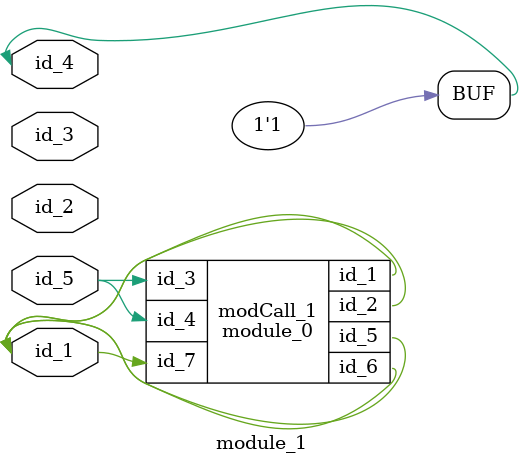
<source format=v>
module module_0 (
    id_1,
    id_2,
    id_3,
    id_4,
    id_5,
    id_6,
    id_7
);
  input wire id_7;
  inout wire id_6;
  inout wire id_5;
  input wire id_4;
  input wire id_3;
  inout wire id_2;
  inout wire id_1;
  assign id_6 = id_7;
  wire id_8;
endmodule
module module_1 (
    id_1,
    id_2,
    id_3,
    id_4,
    id_5
);
  input wire id_5;
  inout reg id_4;
  module_0 modCall_1 (
      id_1,
      id_1,
      id_5,
      id_5,
      id_1,
      id_1,
      id_1
  );
  input wire id_3;
  input wire id_2;
  inout wire id_1;
  initial begin : LABEL_0
    id_4 <= -1;
  end
endmodule

</source>
